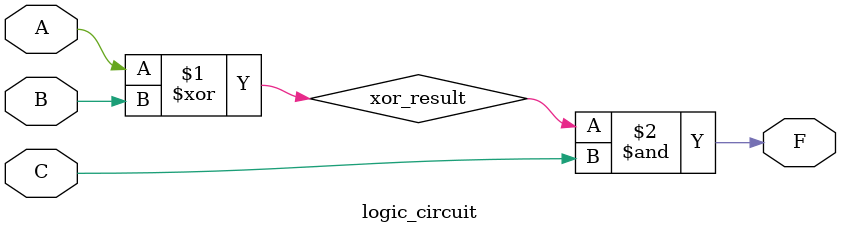
<source format=sv>
module logic_circuit(
    input wire A,
    input wire B,
    input wire C,
    output wire F
);

    wire xor_result;
    assign xor_result = A ^ B;
    assign F = xor_result & C;
endmodule

</source>
